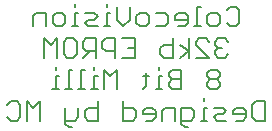
<source format=gbo>
G75*
%MOIN*%
%OFA0B0*%
%FSLAX25Y25*%
%IPPOS*%
%LPD*%
%AMOC8*
5,1,8,0,0,1.08239X$1,22.5*
%
%ADD10C,0.00600*%
D10*
X0254567Y0136832D02*
X0255635Y0135765D01*
X0257770Y0135765D01*
X0258838Y0136832D01*
X0258838Y0141102D01*
X0257770Y0142170D01*
X0255635Y0142170D01*
X0254567Y0141102D01*
X0261013Y0142170D02*
X0261013Y0135765D01*
X0265283Y0135765D02*
X0265283Y0142170D01*
X0263148Y0140035D01*
X0261013Y0142170D01*
X0269593Y0146265D02*
X0271729Y0146265D01*
X0270661Y0146265D02*
X0270661Y0150535D01*
X0271729Y0150535D01*
X0270661Y0152670D02*
X0270661Y0153738D01*
X0271191Y0156765D02*
X0271191Y0163170D01*
X0269056Y0161035D01*
X0266921Y0163170D01*
X0266921Y0156765D01*
X0273367Y0157832D02*
X0274434Y0156765D01*
X0276569Y0156765D01*
X0277637Y0157832D01*
X0277637Y0162102D01*
X0276569Y0163170D01*
X0274434Y0163170D01*
X0273367Y0162102D01*
X0273367Y0157832D01*
X0279812Y0156765D02*
X0281947Y0158900D01*
X0280880Y0158900D02*
X0284082Y0158900D01*
X0284082Y0156765D02*
X0284082Y0163170D01*
X0280880Y0163170D01*
X0279812Y0162102D01*
X0279812Y0159967D01*
X0280880Y0158900D01*
X0286258Y0159967D02*
X0287325Y0158900D01*
X0290528Y0158900D01*
X0290528Y0156765D02*
X0290528Y0163170D01*
X0287325Y0163170D01*
X0286258Y0162102D01*
X0286258Y0159967D01*
X0292703Y0156765D02*
X0296973Y0156765D01*
X0296973Y0163170D01*
X0292703Y0163170D01*
X0294838Y0159967D02*
X0296973Y0159967D01*
X0305594Y0159967D02*
X0305594Y0157832D01*
X0306662Y0156765D01*
X0309864Y0156765D01*
X0309864Y0163170D01*
X0309864Y0161035D02*
X0306662Y0161035D01*
X0305594Y0159967D01*
X0312033Y0161035D02*
X0315236Y0158900D01*
X0312033Y0156765D01*
X0315236Y0156765D02*
X0315236Y0163170D01*
X0317411Y0162102D02*
X0318478Y0163170D01*
X0320614Y0163170D01*
X0321681Y0162102D01*
X0323856Y0162102D02*
X0323856Y0161035D01*
X0324924Y0159967D01*
X0323856Y0158900D01*
X0323856Y0157832D01*
X0324924Y0156765D01*
X0327059Y0156765D01*
X0328127Y0157832D01*
X0325991Y0159967D02*
X0324924Y0159967D01*
X0323856Y0162102D02*
X0324924Y0163170D01*
X0327059Y0163170D01*
X0328127Y0162102D01*
X0328684Y0167265D02*
X0327616Y0168332D01*
X0328684Y0167265D02*
X0330819Y0167265D01*
X0331887Y0168332D01*
X0331887Y0172602D01*
X0330819Y0173670D01*
X0328684Y0173670D01*
X0327616Y0172602D01*
X0325441Y0170467D02*
X0325441Y0168332D01*
X0324373Y0167265D01*
X0322238Y0167265D01*
X0321171Y0168332D01*
X0321171Y0170467D01*
X0322238Y0171535D01*
X0324373Y0171535D01*
X0325441Y0170467D01*
X0318996Y0167265D02*
X0316860Y0167265D01*
X0317928Y0167265D02*
X0317928Y0173670D01*
X0318996Y0173670D01*
X0314699Y0170467D02*
X0313631Y0171535D01*
X0311496Y0171535D01*
X0310428Y0170467D01*
X0310428Y0169400D01*
X0314699Y0169400D01*
X0314699Y0170467D02*
X0314699Y0168332D01*
X0313631Y0167265D01*
X0311496Y0167265D01*
X0308253Y0168332D02*
X0307185Y0167265D01*
X0303983Y0167265D01*
X0301808Y0168332D02*
X0300740Y0167265D01*
X0298605Y0167265D01*
X0297537Y0168332D01*
X0297537Y0170467D01*
X0298605Y0171535D01*
X0300740Y0171535D01*
X0301808Y0170467D01*
X0301808Y0168332D01*
X0303983Y0171535D02*
X0307185Y0171535D01*
X0308253Y0170467D01*
X0308253Y0168332D01*
X0317411Y0162102D02*
X0317411Y0161035D01*
X0321681Y0156765D01*
X0317411Y0156765D01*
X0312550Y0152670D02*
X0309347Y0152670D01*
X0308280Y0151602D01*
X0308280Y0150535D01*
X0309347Y0149467D01*
X0312550Y0149467D01*
X0312550Y0146265D02*
X0309347Y0146265D01*
X0308280Y0147332D01*
X0308280Y0148400D01*
X0309347Y0149467D01*
X0306105Y0150535D02*
X0305037Y0150535D01*
X0305037Y0146265D01*
X0306105Y0146265D02*
X0303969Y0146265D01*
X0300740Y0147332D02*
X0299672Y0146265D01*
X0300740Y0147332D02*
X0300740Y0151602D01*
X0301808Y0150535D02*
X0299672Y0150535D01*
X0305037Y0152670D02*
X0305037Y0153738D01*
X0312550Y0152670D02*
X0312550Y0146265D01*
X0320076Y0143238D02*
X0320076Y0142170D01*
X0320076Y0140035D02*
X0320076Y0135765D01*
X0319009Y0135765D02*
X0321144Y0135765D01*
X0323319Y0136832D02*
X0324387Y0137900D01*
X0326522Y0137900D01*
X0327590Y0138967D01*
X0326522Y0140035D01*
X0323319Y0140035D01*
X0321144Y0140035D02*
X0320076Y0140035D01*
X0316847Y0138967D02*
X0316847Y0136832D01*
X0315779Y0135765D01*
X0312577Y0135765D01*
X0312577Y0134697D02*
X0312577Y0140035D01*
X0315779Y0140035D01*
X0316847Y0138967D01*
X0310402Y0140035D02*
X0307199Y0140035D01*
X0306131Y0138967D01*
X0306131Y0135765D01*
X0303956Y0136832D02*
X0302888Y0135765D01*
X0300753Y0135765D01*
X0299686Y0137900D02*
X0303956Y0137900D01*
X0303956Y0138967D02*
X0303956Y0136832D01*
X0303956Y0138967D02*
X0302888Y0140035D01*
X0300753Y0140035D01*
X0299686Y0138967D01*
X0299686Y0137900D01*
X0297511Y0138967D02*
X0296443Y0140035D01*
X0293240Y0140035D01*
X0293240Y0142170D02*
X0293240Y0135765D01*
X0296443Y0135765D01*
X0297511Y0136832D01*
X0297511Y0138967D01*
X0291065Y0146265D02*
X0291065Y0152670D01*
X0288930Y0150535D01*
X0286795Y0152670D01*
X0286795Y0146265D01*
X0284620Y0146265D02*
X0282484Y0146265D01*
X0283552Y0146265D02*
X0283552Y0150535D01*
X0284620Y0150535D01*
X0283552Y0152670D02*
X0283552Y0153738D01*
X0280323Y0152670D02*
X0279255Y0152670D01*
X0279255Y0146265D01*
X0280323Y0146265D02*
X0278187Y0146265D01*
X0276026Y0146265D02*
X0273890Y0146265D01*
X0274958Y0146265D02*
X0274958Y0152670D01*
X0276026Y0152670D01*
X0284620Y0142170D02*
X0284620Y0135765D01*
X0281417Y0135765D01*
X0280349Y0136832D01*
X0280349Y0138967D01*
X0281417Y0140035D01*
X0284620Y0140035D01*
X0278174Y0140035D02*
X0278174Y0136832D01*
X0277106Y0135765D01*
X0273904Y0135765D01*
X0273904Y0134697D02*
X0274971Y0133629D01*
X0276039Y0133629D01*
X0273904Y0134697D02*
X0273904Y0140035D01*
X0310402Y0140035D02*
X0310402Y0135765D01*
X0312577Y0134697D02*
X0313644Y0133629D01*
X0314712Y0133629D01*
X0323319Y0136832D02*
X0324387Y0135765D01*
X0327590Y0135765D01*
X0329765Y0137900D02*
X0334035Y0137900D01*
X0334035Y0138967D02*
X0334035Y0136832D01*
X0332967Y0135765D01*
X0330832Y0135765D01*
X0329765Y0137900D02*
X0329765Y0138967D01*
X0330832Y0140035D01*
X0332967Y0140035D01*
X0334035Y0138967D01*
X0336210Y0136832D02*
X0336210Y0141102D01*
X0337278Y0142170D01*
X0340481Y0142170D01*
X0340481Y0135765D01*
X0337278Y0135765D01*
X0336210Y0136832D01*
X0325441Y0147332D02*
X0324373Y0146265D01*
X0322238Y0146265D01*
X0321171Y0147332D01*
X0321171Y0148400D01*
X0322238Y0149467D01*
X0324373Y0149467D01*
X0325441Y0150535D01*
X0325441Y0151602D01*
X0324373Y0152670D01*
X0322238Y0152670D01*
X0321171Y0151602D01*
X0321171Y0150535D01*
X0322238Y0149467D01*
X0324373Y0149467D02*
X0325441Y0148400D01*
X0325441Y0147332D01*
X0295362Y0169400D02*
X0293227Y0167265D01*
X0291092Y0169400D01*
X0291092Y0173670D01*
X0288917Y0171535D02*
X0287849Y0171535D01*
X0287849Y0167265D01*
X0288917Y0167265D02*
X0286781Y0167265D01*
X0284620Y0167265D02*
X0281417Y0167265D01*
X0280349Y0168332D01*
X0281417Y0169400D01*
X0283552Y0169400D01*
X0284620Y0170467D01*
X0283552Y0171535D01*
X0280349Y0171535D01*
X0278174Y0171535D02*
X0277106Y0171535D01*
X0277106Y0167265D01*
X0276039Y0167265D02*
X0278174Y0167265D01*
X0273877Y0168332D02*
X0272809Y0167265D01*
X0270674Y0167265D01*
X0269607Y0168332D01*
X0269607Y0170467D01*
X0270674Y0171535D01*
X0272809Y0171535D01*
X0273877Y0170467D01*
X0273877Y0168332D01*
X0277106Y0173670D02*
X0277106Y0174738D01*
X0287849Y0174738D02*
X0287849Y0173670D01*
X0295362Y0173670D02*
X0295362Y0169400D01*
X0267432Y0167265D02*
X0267432Y0171535D01*
X0264229Y0171535D01*
X0263161Y0170467D01*
X0263161Y0167265D01*
M02*

</source>
